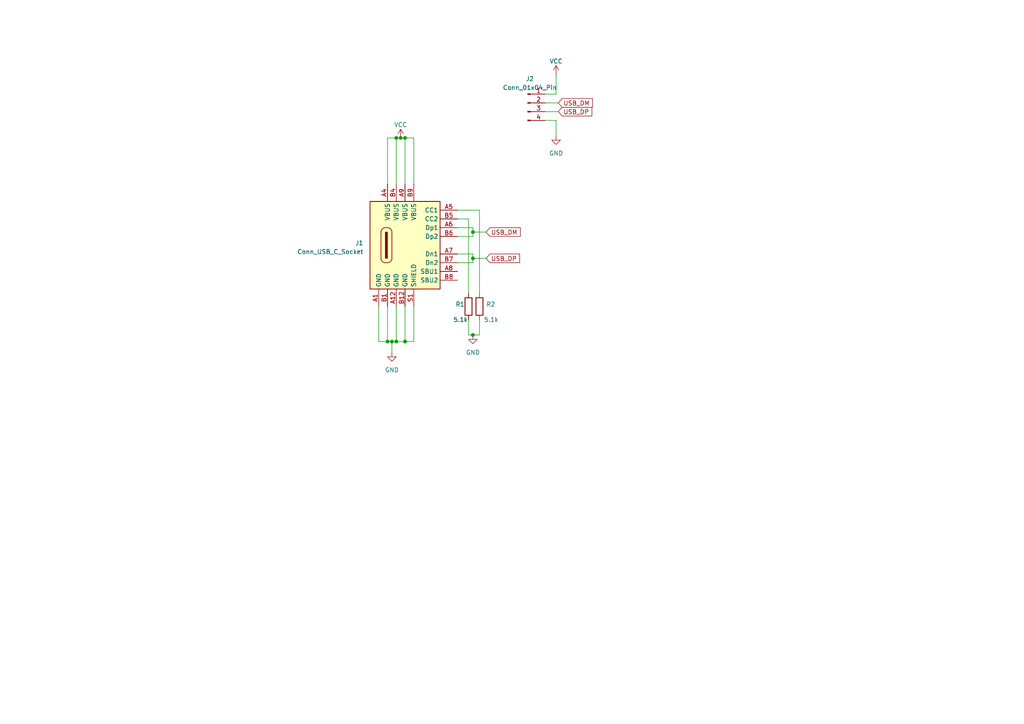
<source format=kicad_sch>
(kicad_sch (version 20230121) (generator eeschema)
  (paper "A4")
  (lib_symbols
    (symbol "Connector:Conn_01x04_Pin" (pin_names (offset 1.016) hide)
      (property "Reference" "J" (at 0 5.08 0))
      (property "Value" "Conn_01x04_Pin" (at 0 -7.62 0))
      (symbol "Conn_01x04_Pin_1_1"
        (polyline (pts (xy 1.27 -5.08) (xy 0.8636 -5.08)) (stroke (width 0.1524)))
        (polyline (pts (xy 1.27 -2.54) (xy 0.8636 -2.54)) (stroke (width 0.1524)))
        (polyline (pts (xy 1.27 0) (xy 0.8636 0)) (stroke (width 0.1524)))
        (polyline (pts (xy 1.27 2.54) (xy 0.8636 2.54)) (stroke (width 0.1524)))
        (rectangle (start 0.8636 -4.953) (end 0 -5.207) (stroke (width 0.1524)) (fill (type outline)))
        (rectangle (start 0.8636 -2.413) (end 0 -2.667) (stroke (width 0.1524)) (fill (type outline)))
        (rectangle (start 0.8636 0.127) (end 0 -0.127) (stroke (width 0.1524)) (fill (type outline)))
        (rectangle (start 0.8636 2.667) (end 0 2.413) (stroke (width 0.1524)) (fill (type outline)))
        (pin passive line (at 5.08 2.54 180) (length 3.81) (name "Pin_1") (number "1"))
        (pin passive line (at 5.08 0 180) (length 3.81) (name "Pin_2") (number "2"))
        (pin passive line (at 5.08 -2.54 180) (length 3.81) (name "Pin_3") (number "3"))
        (pin passive line (at 5.08 -5.08 180) (length 3.81) (name "Pin_4") (number "4"))
      )
    )
    (symbol "Device:R" (pin_numbers hide) (pin_names (offset 0))
      (property "Reference" "R" (at 2.032 0 90))
      (property "Value" "R" (at 0 0 90))
      (symbol "R_0_1"
        (rectangle (start -1.016 -2.54) (end 1.016 2.54) (stroke (width 0.254)))
      )
      (symbol "R_1_1"
        (pin passive line (at 0 3.81 270) (length 1.27) (name "~") (number "1"))
        (pin passive line (at 0 -3.81 90) (length 1.27) (name "~") (number "2"))
      )
    )
    (symbol "fab:Conn_USB_C_Socket"
      (property "Reference" "J" (at -10.16 13.97 0))
      (property "Value" "Conn_USB_C_Socket" (at 1.27 13.97 0))
      (symbol "Conn_USB_C_Socket_0_1"
        (rectangle (start -10.16 12.7) (end 10.16 -12.7) (stroke (width 0.254)) (fill (type background)))
        (arc (start -6.985 -3.81) (mid -6.613 -4.708) (end -5.715 -5.08) (stroke (width 0.2)))
        (rectangle (start -5.715 3.81) (end -5.08 -3.81) (fill (type outline)))
        (arc (start -5.715 5.08) (mid -6.613 4.708) (end -6.985 3.81) (stroke (width 0.2)))
        (arc (start -5.08 -5.08) (mid -4.182 -4.708) (end -3.81 -3.81) (stroke (width 0.2)))
        (arc (start -3.81 3.81) (mid -4.182 4.708) (end -5.08 5.08) (stroke (width 0.2)))
        (polyline (pts (xy -6.985 3.81) (xy -6.985 -3.81)) (stroke (width 0.2)))
        (polyline (pts (xy -5.715 -5.08) (xy -5.08 -5.08)) (stroke (width 0.2)))
        (polyline (pts (xy -5.715 5.08) (xy -5.08 5.08)) (stroke (width 0.2)))
        (polyline (pts (xy -3.81 -3.81) (xy -3.81 3.81)) (stroke (width 0.2)))
      )
      (symbol "Conn_USB_C_Socket_1_1"
        (pin power_in line (at -7.62 -17.78 90) (length 5.08) (name "GND") (number "A1"))
        (pin power_in line (at -2.54 -17.78 90) (length 5.08) (name "GND") (number "A12"))
        (pin power_in line (at -5.08 17.78 270) (length 5.08) (name "VBUS") (number "A4"))
        (pin bidirectional line (at 15.24 10.16 180) (length 5.08) (name "CC1") (number "A5"))
        (pin bidirectional line (at 15.24 5.08 180) (length 5.08) (name "Dp1") (number "A6"))
        (pin bidirectional line (at 15.24 -2.54 180) (length 5.08) (name "Dn1") (number "A7"))
        (pin bidirectional line (at 15.24 -7.62 180) (length 5.08) (name "SBU1") (number "A8"))
        (pin power_in line (at 0 17.78 270) (length 5.08) (name "VBUS") (number "A9"))
        (pin power_in line (at -5.08 -17.78 90) (length 5.08) (name "GND") (number "B1"))
        (pin power_in line (at 0 -17.78 90) (length 5.08) (name "GND") (number "B12"))
        (pin power_in line (at -2.54 17.78 270) (length 5.08) (name "VBUS") (number "B4"))
        (pin bidirectional line (at 15.24 7.62 180) (length 5.08) (name "CC2") (number "B5"))
        (pin bidirectional line (at 15.24 2.54 180) (length 5.08) (name "Dp2") (number "B6"))
        (pin bidirectional line (at 15.24 -5.08 180) (length 5.08) (name "Dn2") (number "B7"))
        (pin bidirectional line (at 15.24 -10.16 180) (length 5.08) (name "SBU2") (number "B8"))
        (pin power_in line (at 2.54 17.78 270) (length 5.08) (name "VBUS") (number "B9"))
        (pin power_in line (at 2.54 -17.78 90) (length 5.08) (name "SHIELD") (number "S1"))
      )
    )
    (symbol "power:GND" (power) (pin_names (offset 0))
      (property "Value" "GND" (at 0 -3.81 0))
      (symbol "GND_0_1"
        (polyline (pts (xy 0 0) (xy 0 -1.27) (xy 1.27 -1.27) (xy 0 -2.54) (xy -1.27 -1.27) (xy 0 -1.27)))
      )
      (symbol "GND_1_1"
        (pin power_in line (at 0 0 270) (length 0) hide (name "GND") (number "1"))
      )
    )
    (symbol "power:VCC" (power) (pin_names (offset 0))
      (property "Value" "VCC" (at 0 3.81 0))
      (symbol "VCC_0_1"
        (polyline (pts (xy -0.762 1.27) (xy 0 2.54)))
        (polyline (pts (xy 0 0) (xy 0 2.54)))
        (polyline (pts (xy 0 2.54) (xy 0.762 1.27)))
      )
      (symbol "VCC_1_1"
        (pin power_in line (at 0 0 90) (length 0) hide (name "VCC") (number "1"))
      )
    )
  )
  (junction (at 113.665 99.06))
  (junction (at 137.16 67.31))
  (junction (at 112.395 99.06))
  (junction (at 137.16 74.93))
  (junction (at 116.205 40.005))
  (junction (at 117.475 40.005))
  (junction (at 137.16 97.155))
  (junction (at 117.475 99.06))
  (junction (at 114.935 40.005))
  (junction (at 114.935 99.06))
  (wire (pts (xy 114.935 40.005) (xy 112.395 40.005)))
  (wire (pts (xy 137.16 67.31) (xy 140.97 67.31)))
  (wire (pts (xy 137.16 74.93) (xy 137.16 76.2)))
  (wire (pts (xy 132.715 73.66) (xy 137.16 73.66)))
  (wire (pts (xy 114.935 99.06) (xy 113.665 99.06)))
  (wire (pts (xy 137.16 74.93) (xy 140.97 74.93)))
  (wire (pts (xy 120.015 53.34) (xy 120.015 40.005)))
  (wire (pts (xy 137.16 67.31) (xy 137.16 66.04)))
  (wire (pts (xy 116.205 40.005) (xy 117.475 40.005)))
  (wire (pts (xy 117.475 99.06) (xy 114.935 99.06)))
  (wire (pts (xy 139.065 60.96) (xy 139.065 85.09)))
  (wire (pts (xy 161.29 34.925) (xy 161.29 39.37)))
  (wire (pts (xy 161.29 21.59) (xy 161.29 27.305)))
  (wire (pts (xy 132.715 63.5) (xy 135.89 63.5)))
  (wire (pts (xy 109.855 99.06) (xy 112.395 99.06)))
  (wire (pts (xy 113.665 102.235) (xy 113.665 99.06)))
  (wire (pts (xy 120.015 99.06) (xy 117.475 99.06)))
  (wire (pts (xy 117.475 88.9) (xy 117.475 99.06)))
  (wire (pts (xy 120.015 88.9) (xy 120.015 99.06)))
  (wire (pts (xy 112.395 99.06) (xy 113.665 99.06)))
  (wire (pts (xy 114.935 88.9) (xy 114.935 99.06)))
  (wire (pts (xy 139.065 92.71) (xy 139.065 97.155)))
  (wire (pts (xy 117.475 40.005) (xy 120.015 40.005)))
  (wire (pts (xy 137.16 76.2) (xy 132.715 76.2)))
  (wire (pts (xy 114.935 40.005) (xy 114.935 53.34)))
  (wire (pts (xy 132.715 60.96) (xy 139.065 60.96)))
  (wire (pts (xy 135.89 97.155) (xy 137.16 97.155)))
  (wire (pts (xy 137.16 68.58) (xy 137.16 67.31)))
  (wire (pts (xy 135.89 63.5) (xy 135.89 85.09)))
  (wire (pts (xy 161.29 27.305) (xy 158.115 27.305)))
  (wire (pts (xy 158.115 34.925) (xy 161.29 34.925)))
  (wire (pts (xy 109.855 88.9) (xy 109.855 99.06)))
  (wire (pts (xy 132.715 68.58) (xy 137.16 68.58)))
  (wire (pts (xy 116.205 40.005) (xy 114.935 40.005)))
  (wire (pts (xy 158.115 29.845) (xy 161.925 29.845)))
  (wire (pts (xy 137.16 73.66) (xy 137.16 74.93)))
  (wire (pts (xy 158.115 32.385) (xy 161.925 32.385)))
  (wire (pts (xy 112.395 88.9) (xy 112.395 99.06)))
  (wire (pts (xy 139.065 97.155) (xy 137.16 97.155)))
  (wire (pts (xy 137.16 66.04) (xy 132.715 66.04)))
  (wire (pts (xy 135.89 92.71) (xy 135.89 97.155)))
  (wire (pts (xy 117.475 53.34) (xy 117.475 40.005)))
  (wire (pts (xy 112.395 40.005) (xy 112.395 53.34)))
  (global_label "USB_DM" (shape input) (at 161.925 29.845 0) (property "Intersheetrefs" "${INTERSHEET_REFS}" (effects hide)))
  (global_label "USB_DP" (shape input) (at 161.925 32.385 0) (property "Intersheetrefs" "${INTERSHEET_REFS}" (effects hide)))
  (global_label "USB_DM" (shape input) (at 140.97 67.31 0) (property "Intersheetrefs" "${INTERSHEET_REFS}" (effects hide)))
  (global_label "USB_DP" (shape input) (at 140.97 74.93 0) (property "Intersheetrefs" "${INTERSHEET_REFS}" (effects hide)))
  (symbol (lib_id "fab:Conn_USB_C_Socket") (at 117.475 71.12 0) (unit 1)
    (property "Reference" "J1" (at 105.41 70.485 0) (effects (justify right)))
    (property "Value" "Conn_USB_C_Socket" (at 105.41 73.025 0) (effects (justify right)))
    (property "Footprint" "fab:Conn_USB_C_Socket_Molex_2171790001" (effects hide))
    (property "Datasheet" "https://www.usb.org/sites/default/files/documents/usb_type-c.zip" (effects hide))
  )
  (symbol (lib_id "Connector:Conn_01x04_Pin") (at 153.035 29.845 0) (unit 1)
    (property "Reference" "J2" (at 153.67 22.86 0))
    (property "Value" "Conn_01x04_Pin" (at 153.67 25.4 0))
    (property "Footprint" "MyLibrary:PinHeader_1x04_P2.54mm_PCB-Edge" (effects hide))
  )
  (symbol (lib_id "power:GND") (at 113.665 102.235 0) (unit 1)
    (property "Reference" "#PWR03" (effects hide))
    (property "Value" "GND" (at 113.665 107.315 0))
  )
  (symbol (lib_id "power:GND") (at 137.16 97.155 0) (unit 1)
    (property "Reference" "#PWR05" (effects hide))
    (property "Value" "GND" (at 137.16 102.235 0))
  )
  (symbol (lib_id "power:VCC") (at 116.205 40.005 0) (unit 1)
    (property "Reference" "#PWR04" (effects hide))
    (property "Value" "VCC" (at 116.205 36.195 0))
  )
  (symbol (lib_id "Device:R") (at 139.065 88.9 0) (unit 1)
    (property "Reference" "R2" (at 140.97 88.265 0) (effects (justify left)))
    (property "Value" "5.1k" (at 140.335 92.71 0) (effects (justify left)))
    (property "Footprint" "Resistor_SMD:R_0805_2012Metric_Pad1.20x1.40mm_HandSolder" (effects hide))
  )
  (symbol (lib_id "power:VCC") (at 161.29 21.59 0) (unit 1)
    (property "Reference" "#PWR02" (effects hide))
    (property "Value" "VCC" (at 161.29 17.78 0))
  )
  (symbol (lib_id "Device:R") (at 135.89 88.9 0) (unit 1)
    (property "Reference" "R1" (at 132.08 88.265 0) (effects (justify left)))
    (property "Value" "5.1k" (at 131.445 92.71 0) (effects (justify left)))
    (property "Footprint" "Resistor_SMD:R_0805_2012Metric_Pad1.20x1.40mm_HandSolder" (effects hide))
  )
  (symbol (lib_id "power:GND") (at 161.29 39.37 0) (unit 1)
    (property "Reference" "#PWR01" (effects hide))
    (property "Value" "GND" (at 161.29 44.45 0))
  )
)
</source>
